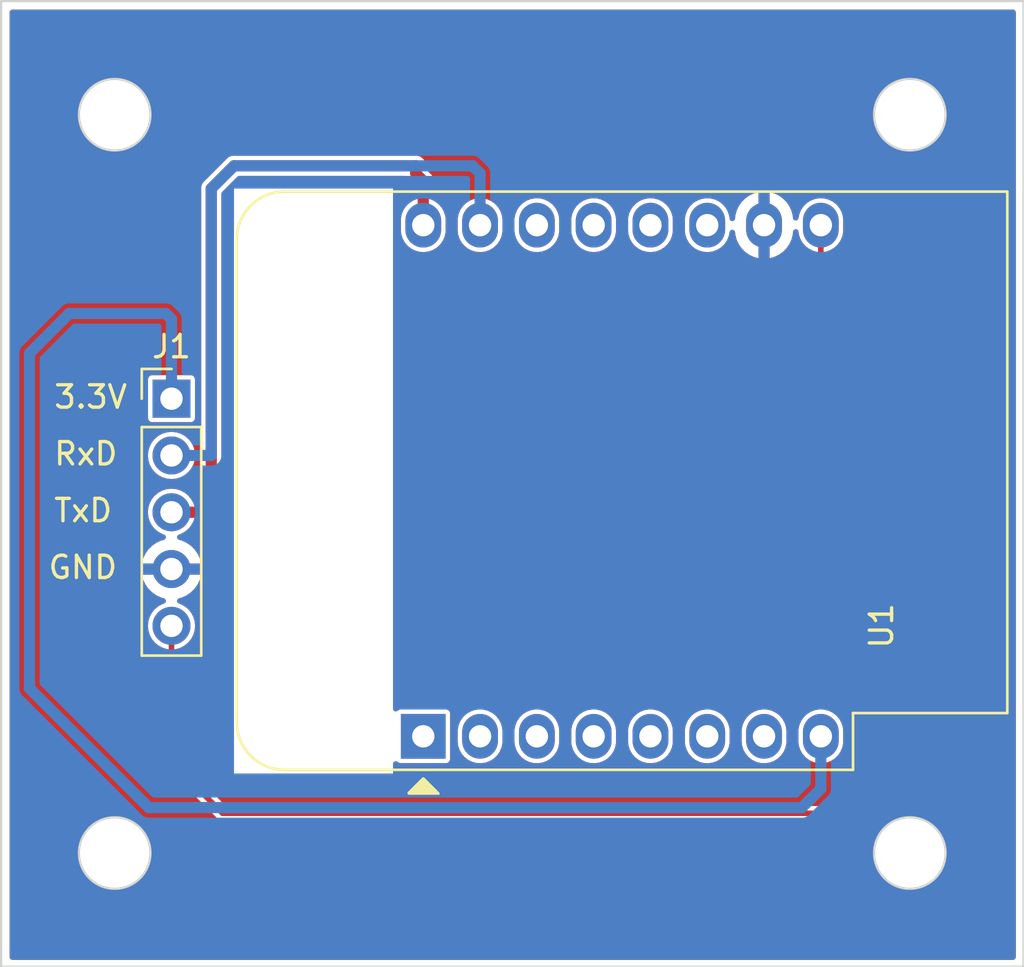
<source format=kicad_pcb>
(kicad_pcb (version 20221018) (generator pcbnew)
  (layers (0 "F.Cu" signal) (31 "B.Cu" signal) (34 "B.Paste" user) (35 "F.Paste" user) (36 "B.SilkS" user "B.Silkscreen") (37 "F.SilkS" user "F.Silkscreen") (38 "B.Mask" user) (39 "F.Mask" user) (44 "Edge.Cuts" user))
  (net 0 "")
  (net 8 "+3.3V")
  (net 9 "+5V")
  (net 10 "GND")
  (net 15 "Net-(J1-Pin_2)")
  (net 16 "Net-(J1-Pin_3)")
  (footprint "Connector_PinHeader_2.54mm:PinHeader_1x05_P2.54mm_Vertical" (layer "F.Cu") (at 205.74 88.9)
    (fp_text reference "J1" (at 0 -2.33) (layer "F.SilkS"))
    (fp_text value "Conn_01x05_Pin")
    (fp_line (start -1.33 -1.33) (end 0 -1.33) (stroke (width 0.12)) (layer "F.SilkS"))
    (fp_line (start -1.33 0) (end -1.33 -1.33) (stroke (width 0.12)) (layer "F.SilkS"))
    (fp_line (start -1.33 1.27) (end -1.33 11.49) (stroke (width 0.12)) (layer "F.SilkS"))
    (fp_line (start -1.33 1.27) (end 1.33 1.27) (stroke (width 0.12)) (layer "F.SilkS"))
    (fp_line (start -1.33 11.49) (end 1.33 11.49) (stroke (width 0.12)) (layer "F.SilkS"))
    (fp_line (start 1.33 1.27) (end 1.33 11.49) (stroke (width 0.12)) (layer "F.SilkS"))
    (pad "1" thru_hole rect (at 0 0) (size 1.7 1.7) (drill 1) (layers "*.Cu" "*.Mask") (net 8 "+3.3V"))
    (pad "2" thru_hole oval (at 0 2.54) (size 1.7 1.7) (drill 1) (layers "*.Cu" "*.Mask") (net 15 "Net-(J1-Pin_2)"))
    (pad "3" thru_hole oval (at 0 5.08) (size 1.7 1.7) (drill 1) (layers "*.Cu" "*.Mask") (net 16 "Net-(J1-Pin_3)"))
    (pad "4" thru_hole oval (at 0 7.62) (size 1.7 1.7) (drill 1) (layers "*.Cu" "*.Mask") (net 10 "GND"))
    (pad "5" thru_hole oval (at 0 10.16) (size 1.7 1.7) (drill 1) (layers "*.Cu" "*.Mask") (net 9 "+5V"))
  )
  (footprint "Module:WEMOS_D1_mini_light" (layer "F.Cu") (at 217 104 90)
    (fp_text reference "U1" (at 4.94 20.49 90) (layer "F.SilkS"))
    (fp_text value "WeMos_D1_mini")
    (fp_line (start -1.5 19.22) (end -1.5 -6.21) (stroke (width 0.12)) (layer "F.SilkS"))
    (fp_line (start -1.5 19.22) (end 1.04 19.22) (stroke (width 0.12)) (layer "F.SilkS"))
    (fp_line (start 1.04 19.22) (end 1.04 26.12) (stroke (width 0.12)) (layer "F.SilkS"))
    (fp_line (start 1.04 26.12) (end 24.36 26.12) (stroke (width 0.12)) (layer "F.SilkS"))
    (fp_line (start 22.24 -8.34) (end 0.63 -8.34) (stroke (width 0.12)) (layer "F.SilkS"))
    (fp_line (start 24.36 26.12) (end 24.36 -6.21) (stroke (width 0.12)) (layer "F.SilkS"))
    (fp_arc (start -1.5 -6.21) (mid -0.876137 -7.716137) (end 0.63 -8.34) (stroke (width 0.12)) (layer "F.SilkS"))
    (fp_arc (start 22.23 -8.34) (mid 23.736137 -7.716137) (end 24.36 -6.21) (stroke (width 0.12)) (layer "F.SilkS"))
    (fp_poly (pts (xy -2.54 -0.635) (xy -2.54 0.635) (xy -1.905 0)) (stroke (width 0.15)) (fill solid) (layer "F.SilkS"))
    (pad "1" thru_hole rect (at 0 0 90) (size 2 2) (drill 1) (layers "*.Cu" "*.Mask"))
    (pad "2" thru_hole oval (at 0 2.54 90) (size 2 1.6) (drill 1) (layers "*.Cu" "*.Mask"))
    (pad "3" thru_hole oval (at 0 5.08 90) (size 2 1.6) (drill 1) (layers "*.Cu" "*.Mask"))
    (pad "4" thru_hole oval (at 0 7.62 90) (size 2 1.6) (drill 1) (layers "*.Cu" "*.Mask"))
    (pad "5" thru_hole oval (at 0 10.16 90) (size 2 1.6) (drill 1) (layers "*.Cu" "*.Mask"))
    (pad "6" thru_hole oval (at 0 12.7 90) (size 2 1.6) (drill 1) (layers "*.Cu" "*.Mask"))
    (pad "7" thru_hole oval (at 0 15.24 90) (size 2 1.6) (drill 1) (layers "*.Cu" "*.Mask"))
    (pad "8" thru_hole oval (at 0 17.78 90) (size 2 1.6) (drill 1) (layers "*.Cu" "*.Mask") (net 8 "+3.3V"))
    (pad "9" thru_hole oval (at 22.86 17.78 90) (size 2 1.6) (drill 1) (layers "*.Cu" "*.Mask") (net 9 "+5V"))
    (pad "10" thru_hole oval (at 22.86 15.24 90) (size 2 1.6) (drill 1) (layers "*.Cu" "*.Mask") (net 10 "GND"))
    (pad "11" thru_hole oval (at 22.86 12.7 90) (size 2 1.6) (drill 1) (layers "*.Cu" "*.Mask"))
    (pad "12" thru_hole oval (at 22.86 10.16 90) (size 2 1.6) (drill 1) (layers "*.Cu" "*.Mask"))
    (pad "13" thru_hole oval (at 22.86 7.62 90) (size 2 1.6) (drill 1) (layers "*.Cu" "*.Mask"))
    (pad "14" thru_hole oval (at 22.86 5.08 90) (size 2 1.6) (drill 1) (layers "*.Cu" "*.Mask"))
    (pad "15" thru_hole oval (at 22.86 2.54 90) (size 2 1.6) (drill 1) (layers "*.Cu" "*.Mask") (net 15 "Net-(J1-Pin_2)"))
    (pad "16" thru_hole oval (at 22.86 0 90) (size 2 1.6) (drill 1) (layers "*.Cu" "*.Mask") (net 16 "Net-(J1-Pin_3)"))
  )
  (gr_circle (center 203.2 109.22) (end 204.8 109.22) (stroke (width 0.1)) (fill none) (layer "Edge.Cuts"))
  (gr_circle (center 238.76 76.2) (end 240.36 76.2) (stroke (width 0.1)) (fill none) (layer "Edge.Cuts"))
  (gr_rect (start 198.12 71.12) (end 243.84 114.3) (stroke (width 0.1)) (fill none) (layer "Edge.Cuts"))
  (gr_circle (center 238.76 109.22) (end 240.36 109.22) (stroke (width 0.1)) (fill none) (layer "Edge.Cuts"))
  (gr_circle (center 203.2 76.2) (end 204.8 76.2) (stroke (width 0.1)) (fill none) (layer "Edge.Cuts"))
  (gr_text "TxD" (at 200.406 94.488) (layer "F.SilkS") (effects (font (size 1 1)) (justify left bottom)))
  (gr_text "3.3V" (at 200.406 89.408) (layer "F.SilkS") (effects (font (size 1 1)) (justify left bottom)))
  (gr_text "RxD" (at 200.406 91.948) (layer "F.SilkS") (effects (font (size 1 1)) (justify left bottom)))
  (gr_text "GND" (at 200.152 97.028) (layer "F.SilkS") (effects (font (size 1 1)) (justify left bottom)))
  (segment (start 201.168 85.09) (end 205.486 85.09) (width 0.5) (layer "B.Cu") (net 8))
  (segment (start 199.39 86.868) (end 201.168 85.09) (width 0.5) (layer "B.Cu") (net 8))
  (segment (start 199.39 101.854) (end 199.39 86.868) (width 0.5) (layer "B.Cu") (net 8))
  (segment (start 234.78 104) (end 234.78 106.342) (width 0.5) (layer "B.Cu") (net 8))
  (segment (start 204.724 107.188) (end 199.39 101.854) (width 0.5) (layer "B.Cu") (net 8))
  (segment (start 205.486 85.09) (end 205.74 85.344) (width 0.5) (layer "B.Cu") (net 8))
  (segment (start 205.74 85.344) (end 205.74 88.9) (width 0.5) (layer "B.Cu") (net 8))
  (segment (start 234.78 106.342) (end 233.934 107.188) (width 0.5) (layer "B.Cu") (net 8))
  (segment (start 233.934 107.188) (end 204.724 107.188) (width 0.5) (layer "B.Cu") (net 8))
  (segment (start 205.74 105.156) (end 208.026 107.442) (width 0.25) (layer "F.Cu") (net 9))
  (segment (start 235.204 107.442) (end 237.744 104.902) (width 0.25) (layer "F.Cu") (net 9))
  (segment (start 208.026 107.442) (end 235.204 107.442) (width 0.25) (layer "F.Cu") (net 9))
  (segment (start 237.744 84.582) (end 236.728 83.566) (width 0.25) (layer "F.Cu") (net 9))
  (segment (start 235.458 83.566) (end 234.78 82.888) (width 0.25) (layer "F.Cu") (net 9))
  (segment (start 205.74 99.06) (end 205.74 105.156) (width 0.25) (layer "F.Cu") (net 9))
  (segment (start 236.728 83.566) (end 235.458 83.566) (width 0.25) (layer "F.Cu") (net 9))
  (segment (start 237.744 104.902) (end 237.744 84.582) (width 0.25) (layer "F.Cu") (net 9))
  (segment (start 234.78 82.888) (end 234.78 81.14) (width 0.25) (layer "F.Cu") (net 9))
  (segment (start 207.518 91.44) (end 207.518 79.502) (width 0.5) (layer "B.Cu") (net 15))
  (segment (start 207.518 79.502) (end 208.534 78.486) (width 0.5) (layer "B.Cu") (net 15))
  (segment (start 205.74 91.44) (end 207.518 91.44) (width 0.5) (layer "B.Cu") (net 15))
  (segment (start 219.202 78.486) (end 219.54 78.824) (width 0.5) (layer "B.Cu") (net 15))
  (segment (start 219.54 78.824) (end 219.54 81.14) (width 0.5) (layer "B.Cu") (net 15))
  (segment (start 208.534 78.486) (end 219.202 78.486) (width 0.5) (layer "B.Cu") (net 15))
  (segment (start 217 79.164) (end 217 81.14) (width 0.5) (layer "F.Cu") (net 16))
  (segment (start 216.662 78.826) (end 216.662 78.486) (width 0.5) (layer "F.Cu") (net 16))
  (segment (start 207.264 93.98) (end 207.518 93.726) (width 0.5) (layer "F.Cu") (net 16))
  (segment (start 207.518 93.726) (end 207.518 79.502) (width 0.5) (layer "F.Cu") (net 16))
  (segment (start 217 79.164) (end 216.662 78.826) (width 0.5) (layer "F.Cu") (net 16))
  (segment (start 205.74 93.98) (end 207.264 93.98) (width 0.5) (layer "F.Cu") (net 16))
  (segment (start 207.518 79.502) (end 208.534 78.486) (width 0.5) (layer "F.Cu") (net 16))
  (segment (start 208.534 78.486) (end 216.662 78.486) (width 0.5) (layer "F.Cu") (net 16))
  (zone (net 0) (net_name "") (layers "F&B.Cu") (connect_pads (clearance 0)) (min_thickness 0.25)
    (keepout (tracks not_allowed) (vias not_allowed) (pads not_allowed) (copperpour not_allowed) (footprints not_allowed))
    (fill (thermal_gap 0.5) (thermal_bridge_width 0.5))
    (polygon (pts (xy 208.534 79.502) (xy 208.534 105.664) (xy 215.646 105.664) (xy 215.646 79.502)))
  )
  (zone (net 10) (net_name "GND") (layers "F&B.Cu") (connect_pads (clearance 0)) (min_thickness 0.25) (fill yes (thermal_gap 0.5) (thermal_bridge_width 0.5))
    (polygon (pts (xy 198.5 71.5) (xy 243.5 71.5) (xy 243.5 114) (xy 198.5 114)))
  )
)
</source>
